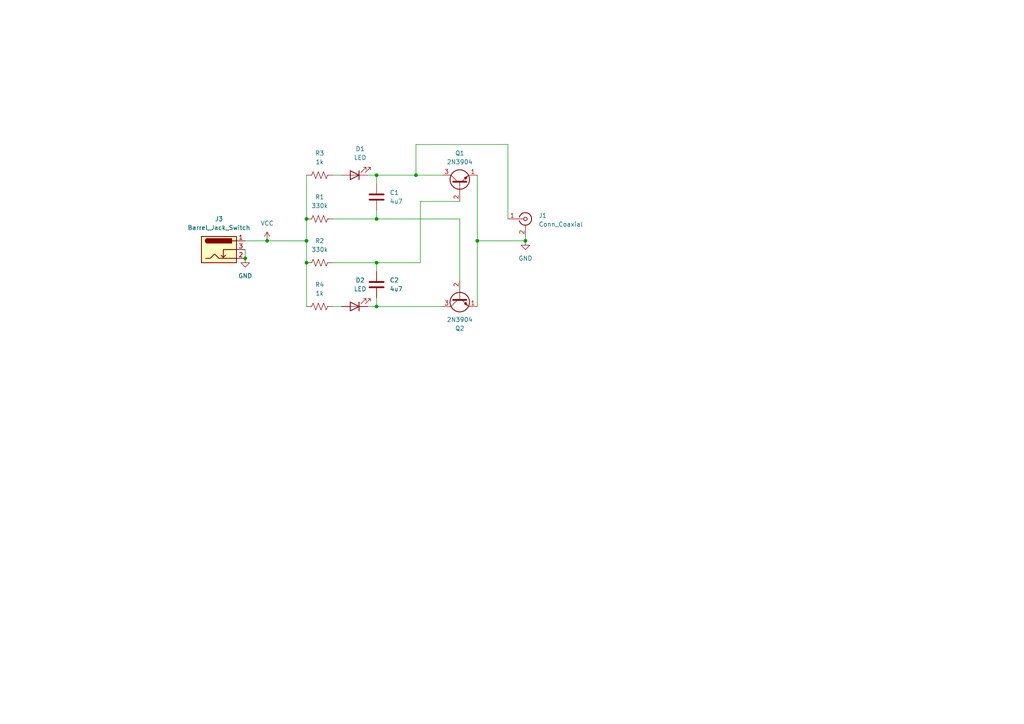
<source format=kicad_sch>
(kicad_sch (version 20250114) (generator "eeschema") (generator_version "9.0")
  (paper "A4")
  (lib_symbols
    (symbol "Connector:Barrel_Jack_Switch" (pin_names (hide yes))
      (property "Reference" "J" (at 0 5.334 0))
      (property "Value" "Barrel_Jack_Switch" (at 0 -5.08 0))
      (symbol "Barrel_Jack_Switch_0_1"
        (rectangle (start -5.08 3.81) (end 5.08 -3.81) (stroke (width 0.254)) (fill (type background)))
        (polyline (pts (xy -3.81 -2.54) (xy -2.54 -2.54) (xy -1.27 -1.27) (xy 0 -2.54) (xy 2.54 -2.54) (xy 5.08 -2.54)) (stroke (width 0.254)))
        (arc (start -3.302 1.905) (mid -3.9343 2.54) (end -3.302 3.175) (stroke (width 0.254)))
        (arc (start -3.302 1.905) (mid -3.9343 2.54) (end -3.302 3.175) (stroke (width 0.254)) (fill (type outline)))
        (polyline (pts (xy 1.27 -2.286) (xy 1.905 -1.651)) (stroke (width 0.254)))
        (rectangle (start 3.683 3.175) (end -3.302 1.905) (stroke (width 0.254)) (fill (type outline)))
        (polyline (pts (xy 5.08 2.54) (xy 3.81 2.54)) (stroke (width 0.254)))
        (polyline (pts (xy 5.08 0) (xy 1.27 0) (xy 1.27 -2.286) (xy 0.635 -1.651)) (stroke (width 0.254)))
      )
      (symbol "Barrel_Jack_Switch_1_1"
        (pin passive line (at 7.62 2.54 180) (length 2.54) (name "~") (number "1"))
        (pin passive line (at 7.62 0 180) (length 2.54) (name "~") (number "3"))
        (pin passive line (at 7.62 -2.54 180) (length 2.54) (name "~") (number "2"))
      )
    )
    (symbol "Connector:Conn_Coaxial" (pin_names (offset 1.016) (hide yes))
      (property "Reference" "J" (at 0.254 3.048 0))
      (property "Value" "Conn_Coaxial" (at 2.921 0 90))
      (symbol "Conn_Coaxial_0_1"
        (polyline (pts (xy -2.54 0) (xy -0.508 0)))
        (arc (start 1.778 0) (mid 0.222 -1.8079) (end -1.778 -0.508) (stroke (width 0.254)))
        (arc (start -1.778 0.508) (mid 0.2221 1.8084) (end 1.778 0) (stroke (width 0.254)))
        (circle (center 0 0) (radius 0.508) (stroke (width 0.2032)))
        (polyline (pts (xy 0 -2.54) (xy 0 -1.778)))
      )
      (symbol "Conn_Coaxial_1_1"
        (pin passive line (at -5.08 0 0) (length 2.54) (name "In") (number "1"))
        (pin passive line (at 0 -5.08 90) (length 2.54) (name "Ext") (number "2"))
      )
    )
    (symbol "Device:C" (pin_numbers (hide yes)) (pin_names (offset 0.254))
      (property "Reference" "C" (at 0.635 2.54 0))
      (property "Value" "C" (at 0.635 -2.54 0))
      (symbol "C_0_1"
        (polyline (pts (xy -2.032 0.762) (xy 2.032 0.762)) (stroke (width 0.508)))
        (polyline (pts (xy -2.032 -0.762) (xy 2.032 -0.762)) (stroke (width 0.508)))
      )
      (symbol "C_1_1"
        (pin passive line (at 0 3.81 270) (length 2.794) (name "~") (number "1"))
        (pin passive line (at 0 -3.81 90) (length 2.794) (name "~") (number "2"))
      )
    )
    (symbol "Device:LED" (pin_numbers (hide yes)) (pin_names (offset 1.016) (hide yes))
      (property "Reference" "D" (at 0 2.54 0))
      (property "Value" "LED" (at 0 -2.54 0))
      (symbol "LED_0_1"
        (polyline (pts (xy -3.048 -0.762) (xy -4.572 -2.286) (xy -3.81 -2.286) (xy -4.572 -2.286) (xy -4.572 -1.524)))
        (polyline (pts (xy -1.778 -0.762) (xy -3.302 -2.286) (xy -2.54 -2.286) (xy -3.302 -2.286) (xy -3.302 -1.524)))
        (polyline (pts (xy -1.27 0) (xy 1.27 0)))
        (polyline (pts (xy -1.27 -1.27) (xy -1.27 1.27)) (stroke (width 0.254)))
        (polyline (pts (xy 1.27 -1.27) (xy 1.27 1.27) (xy -1.27 0) (xy 1.27 -1.27)) (stroke (width 0.254)))
      )
      (symbol "LED_1_1"
        (pin passive line (at -3.81 0 0) (length 2.54) (name "K") (number "1"))
        (pin passive line (at 3.81 0 180) (length 2.54) (name "A") (number "2"))
      )
    )
    (symbol "Device:R_US" (pin_numbers (hide yes)) (pin_names (offset 0))
      (property "Reference" "R" (at 2.54 0 90))
      (property "Value" "R_US" (at -2.54 0 90))
      (symbol "R_US_0_1"
        (polyline (pts (xy 0 2.286) (xy 0 2.54)))
        (polyline (pts (xy 0 2.286) (xy 1.016 1.905) (xy 0 1.524) (xy -1.016 1.143) (xy 0 0.762)))
        (polyline (pts (xy 0 0.762) (xy 1.016 0.381) (xy 0 0) (xy -1.016 -0.381) (xy 0 -0.762)))
        (polyline (pts (xy 0 -0.762) (xy 1.016 -1.143) (xy 0 -1.524) (xy -1.016 -1.905) (xy 0 -2.286)))
        (polyline (pts (xy 0 -2.286) (xy 0 -2.54)))
      )
      (symbol "R_US_1_1"
        (pin passive line (at 0 3.81 270) (length 1.27) (name "~") (number "1"))
        (pin passive line (at 0 -3.81 90) (length 1.27) (name "~") (number "2"))
      )
    )
    (symbol "Transistor_BJT:2N3904" (pin_names (offset 0) (hide yes))
      (property "Reference" "Q" (at 5.08 1.905 0))
      (property "Value" "2N3904" (at 5.08 0 0))
      (symbol "2N3904_0_1"
        (polyline (pts (xy -2.54 0) (xy 0.635 0)))
        (polyline (pts (xy 0.635 1.905) (xy 0.635 -1.905)) (stroke (width 0.508)))
        (circle (center 1.27 0) (radius 2.8194) (stroke (width 0.254)))
      )
      (symbol "2N3904_1_1"
        (polyline (pts (xy 0.635 0.635) (xy 2.54 2.54)))
        (polyline (pts (xy 0.635 -0.635) (xy 2.54 -2.54)))
        (polyline (pts (xy 1.27 -1.778) (xy 1.778 -1.27) (xy 2.286 -2.286) (xy 1.27 -1.778)) (fill (type outline)))
        (pin input line (at -5.08 0 0) (length 2.54) (name "B") (number "2"))
        (pin passive line (at 2.54 5.08 270) (length 2.54) (name "C") (number "3"))
        (pin passive line (at 2.54 -5.08 90) (length 2.54) (name "E") (number "1"))
      )
    )
    (symbol "power:GND" (power) (pin_numbers (hide yes)) (pin_names (offset 0) (hide yes))
      (property "Value" "GND" (at 0 -3.81 0))
      (symbol "GND_0_1"
        (polyline (pts (xy 0 0) (xy 0 -1.27) (xy 1.27 -1.27) (xy 0 -2.54) (xy -1.27 -1.27) (xy 0 -1.27)))
      )
      (symbol "GND_1_1"
        (pin power_in line (at 0 0 270) (length 0) (name "~") (number "1"))
      )
    )
    (symbol "power:VCC" (power) (pin_numbers (hide yes)) (pin_names (offset 0) (hide yes))
      (property "Value" "VCC" (at 0 3.556 0))
      (symbol "VCC_0_1"
        (polyline (pts (xy -0.762 1.27) (xy 0 2.54)))
        (polyline (pts (xy 0 2.54) (xy 0.762 1.27)))
        (polyline (pts (xy 0 0) (xy 0 2.54)))
      )
      (symbol "VCC_1_1"
        (pin power_in line (at 0 0 90) (length 0) (name "~") (number "1"))
      )
    )
  )
  (junction (at 138.43 69.85))
  (junction (at 77.47 69.85))
  (junction (at 88.9 69.85))
  (junction (at 120.65 50.8))
  (junction (at 88.9 76.2))
  (junction (at 88.9 63.5))
  (junction (at 109.22 76.2))
  (junction (at 109.22 50.8))
  (junction (at 109.22 63.5))
  (junction (at 71.12 74.93))
  (junction (at 152.4 69.85))
  (junction (at 109.22 88.9))
  (wire (pts (xy 96.52 50.8) (xy 99.06 50.8)))
  (wire (pts (xy 88.9 69.85) (xy 88.9 76.2)))
  (wire (pts (xy 71.12 72.39) (xy 71.12 74.93)))
  (wire (pts (xy 96.52 63.5) (xy 109.22 63.5)))
  (wire (pts (xy 138.43 69.85) (xy 138.43 88.9)))
  (wire (pts (xy 147.32 63.5) (xy 147.32 41.91)))
  (wire (pts (xy 109.22 63.5) (xy 133.35 63.5)))
  (wire (pts (xy 106.68 50.8) (xy 109.22 50.8)))
  (wire (pts (xy 120.65 50.8) (xy 128.27 50.8)))
  (wire (pts (xy 88.9 76.2) (xy 88.9 88.9)))
  (wire (pts (xy 77.47 69.85) (xy 88.9 69.85)))
  (wire (pts (xy 88.9 50.8) (xy 88.9 63.5)))
  (wire (pts (xy 138.43 50.8) (xy 138.43 69.85)))
  (wire (pts (xy 120.65 41.91) (xy 120.65 50.8)))
  (wire (pts (xy 88.9 63.5) (xy 88.9 69.85)))
  (wire (pts (xy 96.52 88.9) (xy 99.06 88.9)))
  (wire (pts (xy 109.22 63.5) (xy 109.22 60.96)))
  (wire (pts (xy 109.22 76.2) (xy 96.52 76.2)))
  (wire (pts (xy 106.68 88.9) (xy 109.22 88.9)))
  (wire (pts (xy 109.22 50.8) (xy 109.22 53.34)))
  (wire (pts (xy 121.92 58.42) (xy 133.35 58.42)))
  (wire (pts (xy 109.22 88.9) (xy 109.22 86.36)))
  (wire (pts (xy 133.35 81.28) (xy 133.35 63.5)))
  (wire (pts (xy 109.22 78.74) (xy 109.22 76.2)))
  (wire (pts (xy 152.4 68.58) (xy 152.4 69.85)))
  (wire (pts (xy 71.12 69.85) (xy 77.47 69.85)))
  (wire (pts (xy 109.22 76.2) (xy 121.92 76.2)))
  (wire (pts (xy 109.22 88.9) (xy 128.27 88.9)))
  (wire (pts (xy 121.92 58.42) (xy 121.92 76.2)))
  (wire (pts (xy 138.43 69.85) (xy 152.4 69.85)))
  (wire (pts (xy 109.22 50.8) (xy 120.65 50.8)))
  (wire (pts (xy 147.32 41.91) (xy 120.65 41.91)))
  (symbol (lib_id "Device:R_US") (at 92.71 76.2 90) (unit 1)
    (property "Reference" "R2" (at 92.71 69.85 90))
    (property "Value" "330k" (at 92.71 72.39 90))
    (property "Footprint" "Resistor_THT:R_Axial_DIN0207_L6.3mm_D2.5mm_P10.16mm_Horizontal" (effects (hide yes)))
    (property "Description" "Resistor, US symbol" (effects (hide yes)))
  )
  (symbol (lib_id "Connector:Conn_Coaxial") (at 152.4 63.5 0) (unit 1)
    (property "Reference" "J1" (at 156.21 62.5231 0) (effects (justify left)))
    (property "Value" "Conn_Coaxial" (at 156.21 65.0631 0) (effects (justify left)))
    (property "Footprint" "Connector_Coaxial:BNC_Amphenol_B6252HB-NPP3G-50_Horizontal" (effects (hide yes)))
    (property "Description" "coaxial connector (BNC, SMA, SMB, SMC, Cinch/RCA, LEMO, ...)" (effects (hide yes)))
  )
  (symbol (lib_id "Device:C") (at 109.22 82.55 180) (unit 1)
    (property "Reference" "C2" (at 113.03 81.2799 0) (effects (justify right)))
    (property "Value" "4u7" (at 113.03 83.8199 0) (effects (justify right)))
    (property "Footprint" "Capacitor_THT:C_Radial_D6.3mm_H7.0mm_P2.50mm" (effects (hide yes)))
    (property "Description" "Unpolarized capacitor" (effects (hide yes)))
  )
  (symbol (lib_id "Device:LED") (at 102.87 88.9 180) (unit 1)
    (property "Reference" "D2" (at 104.4575 81.28 0))
    (property "Value" "LED" (at 104.4575 83.82 0))
    (property "Footprint" "LED_THT:LED_D5.0mm_Clear" (effects (hide yes)))
    (property "Description" "Light emitting diode" (effects (hide yes)))
    (property "Sim.Pins" "1=K 2=A" (effects (hide yes)))
  )
  (symbol (lib_id "power:GND") (at 152.4 69.85 0) (unit 1)
    (property "Reference" "#PWR03" (effects (hide yes)))
    (property "Value" "GND" (at 152.4 74.93 0))
    (property "Description" "Power symbol creates a global label with name \"GND\" , ground" (effects (hide yes)))
  )
  (symbol (lib_id "Connector:Barrel_Jack_Switch") (at 63.5 72.39 0) (unit 1)
    (property "Reference" "J3" (at 63.5 63.5 0))
    (property "Value" "Barrel_Jack_Switch" (at 63.5 66.04 0))
    (property "Footprint" "Connector_BarrelJack:BarrelJack_GCT_DCJ200-10-A_Horizontal" (effects (hide yes)))
    (property "Description" "DC Barrel Jack with an internal switch" (effects (hide yes)))
  )
  (symbol (lib_id "Device:LED") (at 102.87 50.8 180) (unit 1)
    (property "Reference" "D1" (at 104.4575 43.18 0))
    (property "Value" "LED" (at 104.4575 45.72 0))
    (property "Footprint" "LED_THT:LED_D5.0mm_Clear" (effects (hide yes)))
    (property "Description" "Light emitting diode" (effects (hide yes)))
    (property "Sim.Pins" "1=K 2=A" (effects (hide yes)))
  )
  (symbol (lib_id "Device:R_US") (at 92.71 50.8 90) (unit 1)
    (property "Reference" "R3" (at 92.71 44.45 90))
    (property "Value" "1k" (at 92.71 46.99 90))
    (property "Footprint" "Resistor_THT:R_Axial_DIN0207_L6.3mm_D2.5mm_P10.16mm_Horizontal" (effects (hide yes)))
    (property "Description" "Resistor, US symbol" (effects (hide yes)))
  )
  (symbol (lib_id "power:GND") (at 71.12 74.93 0) (unit 1)
    (property "Reference" "#PWR01" (effects (hide yes)))
    (property "Value" "GND" (at 71.12 80.01 0))
    (property "Description" "Power symbol creates a global label with name \"GND\" , ground" (effects (hide yes)))
  )
  (symbol (lib_id "power:VCC") (at 77.47 69.85 0) (unit 1)
    (property "Reference" "#PWR02" (effects (hide yes)))
    (property "Value" "VCC" (at 77.47 64.77 0))
    (property "Description" "Power symbol creates a global label with name \"VCC\"" (effects (hide yes)))
  )
  (symbol (lib_id "Device:R_US") (at 92.71 88.9 90) (unit 1)
    (property "Reference" "R4" (at 92.71 82.55 90))
    (property "Value" "1k" (at 92.71 85.09 90))
    (property "Footprint" "Resistor_THT:R_Axial_DIN0207_L6.3mm_D2.5mm_P10.16mm_Horizontal" (effects (hide yes)))
    (property "Description" "Resistor, US symbol" (effects (hide yes)))
  )
  (symbol (lib_id "Transistor_BJT:2N3904") (at 133.35 53.34 90) (unit 1)
    (property "Reference" "Q1" (at 133.35 44.45 90))
    (property "Value" "2N3904" (at 133.35 46.99 90))
    (property "Footprint" "Package_TO_SOT_THT:TO-92_Inline_Wide" (effects (hide yes)))
    (property "Datasheet" "https://www.onsemi.com/pub/Collateral/2N3903-D.PDF" (effects (hide yes)))
    (property "Description" "0.2A Ic, 40V Vce, Small Signal NPN Transistor, TO-92" (effects (hide yes)))
  )
  (symbol (lib_id "Transistor_BJT:2N3904") (at 133.35 86.36 90) (mirror x) (unit 1)
    (property "Reference" "Q2" (at 133.35 95.25 90))
    (property "Value" "2N3904" (at 133.35 92.71 90))
    (property "Footprint" "Package_TO_SOT_THT:TO-92_Inline_Wide" (effects (hide yes)))
    (property "Datasheet" "https://www.onsemi.com/pub/Collateral/2N3903-D.PDF" (effects (hide yes)))
    (property "Description" "0.2A Ic, 40V Vce, Small Signal NPN Transistor, TO-92" (effects (hide yes)))
  )
  (symbol (lib_id "Device:C") (at 109.22 57.15 180) (unit 1)
    (property "Reference" "C1" (at 113.03 55.8799 0) (effects (justify right)))
    (property "Value" "4u7" (at 113.03 58.4199 0) (effects (justify right)))
    (property "Footprint" "Capacitor_THT:C_Radial_D6.3mm_H7.0mm_P2.50mm" (effects (hide yes)))
    (property "Description" "Unpolarized capacitor" (effects (hide yes)))
  )
  (symbol (lib_id "Device:R_US") (at 92.71 63.5 90) (unit 1)
    (property "Reference" "R1" (at 92.71 57.15 90))
    (property "Value" "330k" (at 92.71 59.69 90))
    (property "Footprint" "Resistor_THT:R_Axial_DIN0207_L6.3mm_D2.5mm_P10.16mm_Horizontal" (effects (hide yes)))
    (property "Description" "Resistor, US symbol" (effects (hide yes)))
  )
)
</source>
